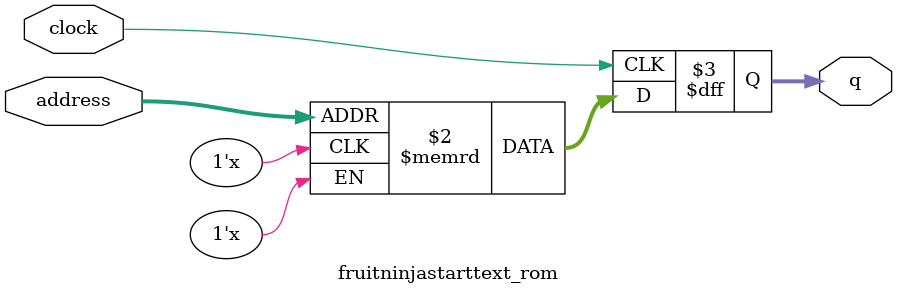
<source format=sv>
module fruitninjastarttext_rom (
	input logic clock,
	input logic [16:0] address,
	output logic [3:0] q
);

logic [3:0] memory [0:89999] /* synthesis ram_init_file = "./fruitninjastarttext/fruitninjastarttext.mif" */;

always_ff @ (posedge clock) begin
	q <= memory[address];
end

endmodule

</source>
